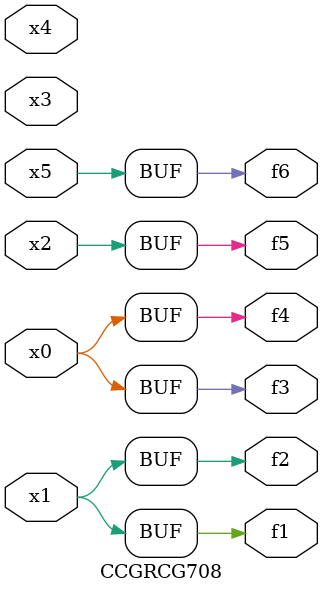
<source format=v>
module CCGRCG708(
	input x0, x1, x2, x3, x4, x5,
	output f1, f2, f3, f4, f5, f6
);
	assign f1 = x1;
	assign f2 = x1;
	assign f3 = x0;
	assign f4 = x0;
	assign f5 = x2;
	assign f6 = x5;
endmodule

</source>
